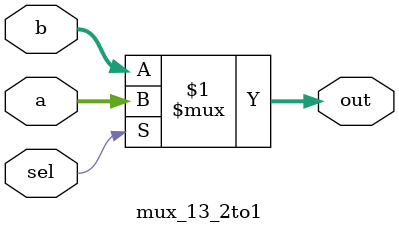
<source format=v>
module mux_13_2to1(a,b,sel,out); //0-->a,1-->b

input [12:0]a,b;
input sel;

output [12:0]out;
wire [12:0]out;

assign out=sel?a:b;

endmodule
</source>
